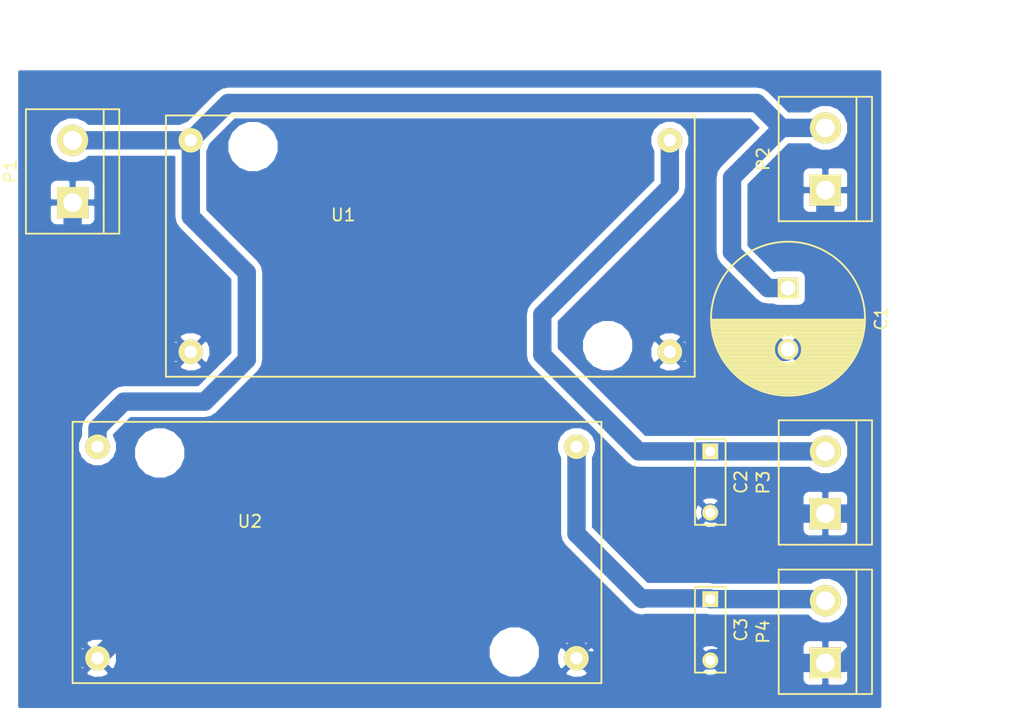
<source format=kicad_pcb>
(kicad_pcb (version 4) (host pcbnew 4.0.1-stable)

  (general
    (links 18)
    (no_connects 0)
    (area 0 0 0 0)
    (thickness 1.6)
    (drawings 6)
    (tracks 67)
    (zones 0)
    (modules 9)
    (nets 5)
  )

  (page A4)
  (layers
    (0 F.Cu signal)
    (31 B.Cu signal)
    (32 B.Adhes user)
    (33 F.Adhes user)
    (34 B.Paste user)
    (35 F.Paste user)
    (36 B.SilkS user)
    (37 F.SilkS user)
    (38 B.Mask user)
    (39 F.Mask user)
    (40 Dwgs.User user)
    (41 Cmts.User user)
    (42 Eco1.User user)
    (43 Eco2.User user)
    (44 Edge.Cuts user)
    (45 Margin user)
    (46 B.CrtYd user)
    (47 F.CrtYd user)
    (48 B.Fab user)
    (49 F.Fab user)
  )

  (setup
    (last_trace_width 1.5)
    (user_trace_width 1)
    (user_trace_width 1.5)
    (user_trace_width 2)
    (trace_clearance 0.2)
    (zone_clearance 0.508)
    (zone_45_only yes)
    (trace_min 0.2)
    (segment_width 0.2)
    (edge_width 0.15)
    (via_size 0.6)
    (via_drill 0.4)
    (via_min_size 0.4)
    (via_min_drill 0.3)
    (uvia_size 0.3)
    (uvia_drill 0.1)
    (uvias_allowed no)
    (uvia_min_size 0.2)
    (uvia_min_drill 0.1)
    (pcb_text_width 0.3)
    (pcb_text_size 1.5 1.5)
    (mod_edge_width 0.15)
    (mod_text_size 1 1)
    (mod_text_width 0.15)
    (pad_size 1.524 1.524)
    (pad_drill 0.762)
    (pad_to_mask_clearance 0.2)
    (aux_axis_origin 0 0)
    (visible_elements FFFFFF7F)
    (pcbplotparams
      (layerselection 0x00030_80000001)
      (usegerberextensions false)
      (excludeedgelayer true)
      (linewidth 0.100000)
      (plotframeref false)
      (viasonmask false)
      (mode 1)
      (useauxorigin false)
      (hpglpennumber 1)
      (hpglpenspeed 20)
      (hpglpendiameter 15)
      (hpglpenoverlay 2)
      (psnegative false)
      (psa4output false)
      (plotreference true)
      (plotvalue true)
      (plotinvisibletext false)
      (padsonsilk false)
      (subtractmaskfromsilk false)
      (outputformat 1)
      (mirror false)
      (drillshape 1)
      (scaleselection 1)
      (outputdirectory ""))
  )

  (net 0 "")
  (net 1 GND)
  (net 2 "Net-(C1-Pad1)")
  (net 3 "Net-(C2-Pad1)")
  (net 4 "Net-(C3-Pad1)")

  (net_class Default "Ceci est la Netclass par défaut"
    (clearance 0.2)
    (trace_width 0.25)
    (via_dia 0.6)
    (via_drill 0.4)
    (uvia_dia 0.3)
    (uvia_drill 0.1)
    (add_net GND)
    (add_net "Net-(C1-Pad1)")
    (add_net "Net-(C2-Pad1)")
    (add_net "Net-(C3-Pad1)")
  )

  (module Capacitors_ThroughHole:C_Radial_D12.5_L25_P5 (layer F.Cu) (tedit 0) (tstamp 5704D18D)
    (at 177.8 85.725 270)
    (descr "Radial Electrolytic Capacitor Diameter 12.5mm x Length 25mm, Pitch 5mm")
    (tags "Electrolytic Capacitor")
    (path /5704B129)
    (fp_text reference C1 (at 2.5 -7.6 270) (layer F.SilkS)
      (effects (font (size 1 1) (thickness 0.15)))
    )
    (fp_text value CP (at 2.5 7.6 270) (layer F.Fab)
      (effects (font (size 1 1) (thickness 0.15)))
    )
    (fp_line (start 2.575 -6.25) (end 2.575 6.25) (layer F.SilkS) (width 0.15))
    (fp_line (start 2.715 -6.246) (end 2.715 6.246) (layer F.SilkS) (width 0.15))
    (fp_line (start 2.855 -6.24) (end 2.855 6.24) (layer F.SilkS) (width 0.15))
    (fp_line (start 2.995 -6.23) (end 2.995 6.23) (layer F.SilkS) (width 0.15))
    (fp_line (start 3.135 -6.218) (end 3.135 6.218) (layer F.SilkS) (width 0.15))
    (fp_line (start 3.275 -6.202) (end 3.275 6.202) (layer F.SilkS) (width 0.15))
    (fp_line (start 3.415 -6.183) (end 3.415 6.183) (layer F.SilkS) (width 0.15))
    (fp_line (start 3.555 -6.16) (end 3.555 6.16) (layer F.SilkS) (width 0.15))
    (fp_line (start 3.695 -6.135) (end 3.695 6.135) (layer F.SilkS) (width 0.15))
    (fp_line (start 3.835 -6.106) (end 3.835 6.106) (layer F.SilkS) (width 0.15))
    (fp_line (start 3.975 -6.073) (end 3.975 -0.521) (layer F.SilkS) (width 0.15))
    (fp_line (start 3.975 0.521) (end 3.975 6.073) (layer F.SilkS) (width 0.15))
    (fp_line (start 4.115 -6.038) (end 4.115 -0.734) (layer F.SilkS) (width 0.15))
    (fp_line (start 4.115 0.734) (end 4.115 6.038) (layer F.SilkS) (width 0.15))
    (fp_line (start 4.255 -5.999) (end 4.255 -0.876) (layer F.SilkS) (width 0.15))
    (fp_line (start 4.255 0.876) (end 4.255 5.999) (layer F.SilkS) (width 0.15))
    (fp_line (start 4.395 -5.956) (end 4.395 -0.978) (layer F.SilkS) (width 0.15))
    (fp_line (start 4.395 0.978) (end 4.395 5.956) (layer F.SilkS) (width 0.15))
    (fp_line (start 4.535 -5.909) (end 4.535 -1.052) (layer F.SilkS) (width 0.15))
    (fp_line (start 4.535 1.052) (end 4.535 5.909) (layer F.SilkS) (width 0.15))
    (fp_line (start 4.675 -5.859) (end 4.675 -1.103) (layer F.SilkS) (width 0.15))
    (fp_line (start 4.675 1.103) (end 4.675 5.859) (layer F.SilkS) (width 0.15))
    (fp_line (start 4.815 -5.805) (end 4.815 -1.135) (layer F.SilkS) (width 0.15))
    (fp_line (start 4.815 1.135) (end 4.815 5.805) (layer F.SilkS) (width 0.15))
    (fp_line (start 4.955 -5.748) (end 4.955 -1.149) (layer F.SilkS) (width 0.15))
    (fp_line (start 4.955 1.149) (end 4.955 5.748) (layer F.SilkS) (width 0.15))
    (fp_line (start 5.095 -5.686) (end 5.095 -1.146) (layer F.SilkS) (width 0.15))
    (fp_line (start 5.095 1.146) (end 5.095 5.686) (layer F.SilkS) (width 0.15))
    (fp_line (start 5.235 -5.62) (end 5.235 -1.126) (layer F.SilkS) (width 0.15))
    (fp_line (start 5.235 1.126) (end 5.235 5.62) (layer F.SilkS) (width 0.15))
    (fp_line (start 5.375 -5.549) (end 5.375 -1.087) (layer F.SilkS) (width 0.15))
    (fp_line (start 5.375 1.087) (end 5.375 5.549) (layer F.SilkS) (width 0.15))
    (fp_line (start 5.515 -5.475) (end 5.515 -1.028) (layer F.SilkS) (width 0.15))
    (fp_line (start 5.515 1.028) (end 5.515 5.475) (layer F.SilkS) (width 0.15))
    (fp_line (start 5.655 -5.395) (end 5.655 -0.945) (layer F.SilkS) (width 0.15))
    (fp_line (start 5.655 0.945) (end 5.655 5.395) (layer F.SilkS) (width 0.15))
    (fp_line (start 5.795 -5.311) (end 5.795 -0.831) (layer F.SilkS) (width 0.15))
    (fp_line (start 5.795 0.831) (end 5.795 5.311) (layer F.SilkS) (width 0.15))
    (fp_line (start 5.935 -5.221) (end 5.935 -0.67) (layer F.SilkS) (width 0.15))
    (fp_line (start 5.935 0.67) (end 5.935 5.221) (layer F.SilkS) (width 0.15))
    (fp_line (start 6.075 -5.127) (end 6.075 -0.409) (layer F.SilkS) (width 0.15))
    (fp_line (start 6.075 0.409) (end 6.075 5.127) (layer F.SilkS) (width 0.15))
    (fp_line (start 6.215 -5.026) (end 6.215 5.026) (layer F.SilkS) (width 0.15))
    (fp_line (start 6.355 -4.919) (end 6.355 4.919) (layer F.SilkS) (width 0.15))
    (fp_line (start 6.495 -4.807) (end 6.495 4.807) (layer F.SilkS) (width 0.15))
    (fp_line (start 6.635 -4.687) (end 6.635 4.687) (layer F.SilkS) (width 0.15))
    (fp_line (start 6.775 -4.559) (end 6.775 4.559) (layer F.SilkS) (width 0.15))
    (fp_line (start 6.915 -4.424) (end 6.915 4.424) (layer F.SilkS) (width 0.15))
    (fp_line (start 7.055 -4.28) (end 7.055 4.28) (layer F.SilkS) (width 0.15))
    (fp_line (start 7.195 -4.125) (end 7.195 4.125) (layer F.SilkS) (width 0.15))
    (fp_line (start 7.335 -3.96) (end 7.335 3.96) (layer F.SilkS) (width 0.15))
    (fp_line (start 7.475 -3.783) (end 7.475 3.783) (layer F.SilkS) (width 0.15))
    (fp_line (start 7.615 -3.592) (end 7.615 3.592) (layer F.SilkS) (width 0.15))
    (fp_line (start 7.755 -3.383) (end 7.755 3.383) (layer F.SilkS) (width 0.15))
    (fp_line (start 7.895 -3.155) (end 7.895 3.155) (layer F.SilkS) (width 0.15))
    (fp_line (start 8.035 -2.903) (end 8.035 2.903) (layer F.SilkS) (width 0.15))
    (fp_line (start 8.175 -2.619) (end 8.175 2.619) (layer F.SilkS) (width 0.15))
    (fp_line (start 8.315 -2.291) (end 8.315 2.291) (layer F.SilkS) (width 0.15))
    (fp_line (start 8.455 -1.897) (end 8.455 1.897) (layer F.SilkS) (width 0.15))
    (fp_line (start 8.595 -1.383) (end 8.595 1.383) (layer F.SilkS) (width 0.15))
    (fp_line (start 8.735 -0.433) (end 8.735 0.433) (layer F.SilkS) (width 0.15))
    (fp_circle (center 5 0) (end 5 -1.15) (layer F.SilkS) (width 0.15))
    (fp_circle (center 2.5 0) (end 2.5 -6.2875) (layer F.SilkS) (width 0.15))
    (fp_circle (center 2.5 0) (end 2.5 -6.6) (layer F.CrtYd) (width 0.05))
    (pad 2 thru_hole circle (at 5 0 270) (size 1.7 1.7) (drill 1.2) (layers *.Cu *.Mask F.SilkS)
      (net 1 GND))
    (pad 1 thru_hole rect (at 0 0 270) (size 1.7 1.7) (drill 1.2) (layers *.Cu *.Mask F.SilkS)
      (net 2 "Net-(C1-Pad1)"))
    (model Capacitors_ThroughHole.3dshapes/C_Radial_D12.5_L25_P5.wrl
      (at (xyz 0 0 0))
      (scale (xyz 1 1 1))
      (rotate (xyz 0 0 0))
    )
  )

  (module Connect:bornier2 (layer F.Cu) (tedit 0) (tstamp 5704D193)
    (at 119.38 76.2 90)
    (descr "Bornier d'alimentation 2 pins")
    (tags DEV)
    (path /5704AF4B)
    (fp_text reference P1 (at 0 -5.08 90) (layer F.SilkS)
      (effects (font (size 1 1) (thickness 0.15)))
    )
    (fp_text value CONN_01X02 (at 0 5.08 90) (layer F.Fab)
      (effects (font (size 1 1) (thickness 0.15)))
    )
    (fp_line (start 5.08 2.54) (end -5.08 2.54) (layer F.SilkS) (width 0.15))
    (fp_line (start 5.08 3.81) (end 5.08 -3.81) (layer F.SilkS) (width 0.15))
    (fp_line (start 5.08 -3.81) (end -5.08 -3.81) (layer F.SilkS) (width 0.15))
    (fp_line (start -5.08 -3.81) (end -5.08 3.81) (layer F.SilkS) (width 0.15))
    (fp_line (start -5.08 3.81) (end 5.08 3.81) (layer F.SilkS) (width 0.15))
    (pad 1 thru_hole rect (at -2.54 0 90) (size 2.54 2.54) (drill 1.524) (layers *.Cu *.Mask F.SilkS)
      (net 1 GND))
    (pad 2 thru_hole circle (at 2.54 0 90) (size 2.54 2.54) (drill 1.524) (layers *.Cu *.Mask F.SilkS)
      (net 2 "Net-(C1-Pad1)"))
    (model Connect.3dshapes/bornier2.wrl
      (at (xyz 0 0 0))
      (scale (xyz 1 1 1))
      (rotate (xyz 0 0 0))
    )
  )

  (module Connect:bornier2 (layer F.Cu) (tedit 0) (tstamp 5704D199)
    (at 180.848 75.184 90)
    (descr "Bornier d'alimentation 2 pins")
    (tags DEV)
    (path /5704AFE4)
    (fp_text reference P2 (at 0 -5.08 90) (layer F.SilkS)
      (effects (font (size 1 1) (thickness 0.15)))
    )
    (fp_text value CONN_01X02 (at 0 5.08 90) (layer F.Fab)
      (effects (font (size 1 1) (thickness 0.15)))
    )
    (fp_line (start 5.08 2.54) (end -5.08 2.54) (layer F.SilkS) (width 0.15))
    (fp_line (start 5.08 3.81) (end 5.08 -3.81) (layer F.SilkS) (width 0.15))
    (fp_line (start 5.08 -3.81) (end -5.08 -3.81) (layer F.SilkS) (width 0.15))
    (fp_line (start -5.08 -3.81) (end -5.08 3.81) (layer F.SilkS) (width 0.15))
    (fp_line (start -5.08 3.81) (end 5.08 3.81) (layer F.SilkS) (width 0.15))
    (pad 1 thru_hole rect (at -2.54 0 90) (size 2.54 2.54) (drill 1.524) (layers *.Cu *.Mask F.SilkS)
      (net 1 GND))
    (pad 2 thru_hole circle (at 2.54 0 90) (size 2.54 2.54) (drill 1.524) (layers *.Cu *.Mask F.SilkS)
      (net 2 "Net-(C1-Pad1)"))
    (model Connect.3dshapes/bornier2.wrl
      (at (xyz 0 0 0))
      (scale (xyz 1 1 1))
      (rotate (xyz 0 0 0))
    )
  )

  (module Connect:bornier2 (layer F.Cu) (tedit 0) (tstamp 5704D19F)
    (at 180.848 101.6 90)
    (descr "Bornier d'alimentation 2 pins")
    (tags DEV)
    (path /5704B03C)
    (fp_text reference P3 (at 0 -5.08 90) (layer F.SilkS)
      (effects (font (size 1 1) (thickness 0.15)))
    )
    (fp_text value CONN_01X02 (at 0 5.08 90) (layer F.Fab)
      (effects (font (size 1 1) (thickness 0.15)))
    )
    (fp_line (start 5.08 2.54) (end -5.08 2.54) (layer F.SilkS) (width 0.15))
    (fp_line (start 5.08 3.81) (end 5.08 -3.81) (layer F.SilkS) (width 0.15))
    (fp_line (start 5.08 -3.81) (end -5.08 -3.81) (layer F.SilkS) (width 0.15))
    (fp_line (start -5.08 -3.81) (end -5.08 3.81) (layer F.SilkS) (width 0.15))
    (fp_line (start -5.08 3.81) (end 5.08 3.81) (layer F.SilkS) (width 0.15))
    (pad 1 thru_hole rect (at -2.54 0 90) (size 2.54 2.54) (drill 1.524) (layers *.Cu *.Mask F.SilkS)
      (net 1 GND))
    (pad 2 thru_hole circle (at 2.54 0 90) (size 2.54 2.54) (drill 1.524) (layers *.Cu *.Mask F.SilkS)
      (net 3 "Net-(C2-Pad1)"))
    (model Connect.3dshapes/bornier2.wrl
      (at (xyz 0 0 0))
      (scale (xyz 1 1 1))
      (rotate (xyz 0 0 0))
    )
  )

  (module Connect:bornier2 (layer F.Cu) (tedit 0) (tstamp 5704D1A5)
    (at 180.848 113.792 90)
    (descr "Bornier d'alimentation 2 pins")
    (tags DEV)
    (path /5704B067)
    (fp_text reference P4 (at 0 -5.08 90) (layer F.SilkS)
      (effects (font (size 1 1) (thickness 0.15)))
    )
    (fp_text value CONN_01X02 (at 0 5.08 90) (layer F.Fab)
      (effects (font (size 1 1) (thickness 0.15)))
    )
    (fp_line (start 5.08 2.54) (end -5.08 2.54) (layer F.SilkS) (width 0.15))
    (fp_line (start 5.08 3.81) (end 5.08 -3.81) (layer F.SilkS) (width 0.15))
    (fp_line (start 5.08 -3.81) (end -5.08 -3.81) (layer F.SilkS) (width 0.15))
    (fp_line (start -5.08 -3.81) (end -5.08 3.81) (layer F.SilkS) (width 0.15))
    (fp_line (start -5.08 3.81) (end 5.08 3.81) (layer F.SilkS) (width 0.15))
    (pad 1 thru_hole rect (at -2.54 0 90) (size 2.54 2.54) (drill 1.524) (layers *.Cu *.Mask F.SilkS)
      (net 1 GND))
    (pad 2 thru_hole circle (at 2.54 0 90) (size 2.54 2.54) (drill 1.524) (layers *.Cu *.Mask F.SilkS)
      (net 4 "Net-(C3-Pad1)"))
    (model Connect.3dshapes/bornier2.wrl
      (at (xyz 0 0 0))
      (scale (xyz 1 1 1))
      (rotate (xyz 0 0 0))
    )
  )

  (module dsn2596:DSN2596 (layer F.Cu) (tedit 5704CEDC) (tstamp 5704D1C7)
    (at 148.59 82.296)
    (path /5704C80E)
    (fp_text reference U1 (at -7.112 -2.54) (layer F.SilkS)
      (effects (font (size 1 1) (thickness 0.15)))
    )
    (fp_text value DSN2596 (at -7.366 -5.08) (layer F.Fab)
      (effects (font (size 1 1) (thickness 0.15)))
    )
    (fp_line (start 21.59 10.668) (end -21.59 10.668) (layer F.SilkS) (width 0.15))
    (fp_line (start -21.59 -10.668) (end 21.59 -10.668) (layer F.SilkS) (width 0.15))
    (fp_line (start -7.62 0.508) (end -7.62 5.334) (layer B.Paste) (width 0.15))
    (fp_line (start -9.398 0.508) (end -9.398 5.334) (layer B.Paste) (width 0.15))
    (fp_line (start -5.842 0.508) (end -5.842 5.334) (layer B.Paste) (width 0.15))
    (fp_line (start -4.318 0.508) (end -4.318 5.334) (layer B.Paste) (width 0.15))
    (fp_line (start -10.922 0.508) (end -10.922 5.334) (layer B.Paste) (width 0.15))
    (fp_circle (center -17.018 1.016) (end -13.97 3.048) (layer B.Paste) (width 0.15))
    (fp_circle (center 17.78 -2.286) (end 20.066 0.254) (layer B.Paste) (width 0.15))
    (fp_line (start -3.048 0.508) (end -3.048 -8.128) (layer B.Paste) (width 0.15))
    (fp_line (start -3.048 -8.128) (end -11.938 -8.128) (layer B.Paste) (width 0.15))
    (fp_line (start -11.938 -8.128) (end -11.938 0.254) (layer B.Paste) (width 0.15))
    (fp_line (start -11.938 0.254) (end -11.938 0.508) (layer B.Paste) (width 0.15))
    (fp_line (start -11.938 0.508) (end -3.048 0.508) (layer B.Paste) (width 0.15))
    (fp_line (start -1.27 -4.318) (end -1.27 9.144) (layer B.Paste) (width 0.15))
    (fp_line (start -1.27 9.144) (end 12.446 9.144) (layer B.Paste) (width 0.15))
    (fp_line (start 12.446 9.144) (end 12.446 -4.318) (layer B.Paste) (width 0.15))
    (fp_line (start 12.446 -4.318) (end -1.27 -4.318) (layer B.Paste) (width 0.15))
    (fp_line (start 13.462 -5.842) (end 2.032 -5.842) (layer B.Paste) (width 0.15))
    (fp_line (start 2.032 -5.842) (end 2.032 -9.652) (layer B.Paste) (width 0.15))
    (fp_line (start 2.032 -9.652) (end 13.462 -9.652) (layer B.Paste) (width 0.15))
    (fp_line (start 13.462 -9.652) (end 13.462 -5.842) (layer B.Paste) (width 0.15))
    (fp_line (start 21.59 -10.668) (end 21.59 10.668) (layer F.SilkS) (width 0.15))
    (fp_line (start -21.59 10.668) (end -21.59 -10.668) (layer F.SilkS) (width 0.15))
    (pad 1 thru_hole circle (at -19.558 -8.636) (size 2 2) (drill 1) (layers *.Cu *.Mask F.SilkS)
      (net 2 "Net-(C1-Pad1)"))
    (pad 4 thru_hole circle (at 19.558 -8.636) (size 2 2) (drill 1) (layers *.Cu *.Mask F.SilkS)
      (net 3 "Net-(C2-Pad1)"))
    (pad 3 thru_hole circle (at 19.558 8.636) (size 2 2) (drill 1) (layers *.Cu *.Mask F.SilkS)
      (net 1 GND))
    (pad 2 thru_hole circle (at -19.558 8.636) (size 2 2) (drill 1) (layers *.Cu *.Mask F.SilkS)
      (net 1 GND))
    (pad "" np_thru_hole circle (at 14.478 8.128) (size 3 3) (drill 3) (layers *.Cu *.Mask F.SilkS))
    (pad "" np_thru_hole circle (at -14.478 -8.128) (size 3 3) (drill 3) (layers *.Cu *.Mask F.SilkS))
  )

  (module dsn2596:DSN2596 (layer F.Cu) (tedit 5704CEDC) (tstamp 5704D1E9)
    (at 140.97 107.315)
    (path /5704C9E0)
    (fp_text reference U2 (at -7.112 -2.54) (layer F.SilkS)
      (effects (font (size 1 1) (thickness 0.15)))
    )
    (fp_text value DSN2596 (at -7.366 -5.08) (layer F.Fab)
      (effects (font (size 1 1) (thickness 0.15)))
    )
    (fp_line (start 21.59 10.668) (end -21.59 10.668) (layer F.SilkS) (width 0.15))
    (fp_line (start -21.59 -10.668) (end 21.59 -10.668) (layer F.SilkS) (width 0.15))
    (fp_line (start -7.62 0.508) (end -7.62 5.334) (layer B.Paste) (width 0.15))
    (fp_line (start -9.398 0.508) (end -9.398 5.334) (layer B.Paste) (width 0.15))
    (fp_line (start -5.842 0.508) (end -5.842 5.334) (layer B.Paste) (width 0.15))
    (fp_line (start -4.318 0.508) (end -4.318 5.334) (layer B.Paste) (width 0.15))
    (fp_line (start -10.922 0.508) (end -10.922 5.334) (layer B.Paste) (width 0.15))
    (fp_circle (center -17.018 1.016) (end -13.97 3.048) (layer B.Paste) (width 0.15))
    (fp_circle (center 17.78 -2.286) (end 20.066 0.254) (layer B.Paste) (width 0.15))
    (fp_line (start -3.048 0.508) (end -3.048 -8.128) (layer B.Paste) (width 0.15))
    (fp_line (start -3.048 -8.128) (end -11.938 -8.128) (layer B.Paste) (width 0.15))
    (fp_line (start -11.938 -8.128) (end -11.938 0.254) (layer B.Paste) (width 0.15))
    (fp_line (start -11.938 0.254) (end -11.938 0.508) (layer B.Paste) (width 0.15))
    (fp_line (start -11.938 0.508) (end -3.048 0.508) (layer B.Paste) (width 0.15))
    (fp_line (start -1.27 -4.318) (end -1.27 9.144) (layer B.Paste) (width 0.15))
    (fp_line (start -1.27 9.144) (end 12.446 9.144) (layer B.Paste) (width 0.15))
    (fp_line (start 12.446 9.144) (end 12.446 -4.318) (layer B.Paste) (width 0.15))
    (fp_line (start 12.446 -4.318) (end -1.27 -4.318) (layer B.Paste) (width 0.15))
    (fp_line (start 13.462 -5.842) (end 2.032 -5.842) (layer B.Paste) (width 0.15))
    (fp_line (start 2.032 -5.842) (end 2.032 -9.652) (layer B.Paste) (width 0.15))
    (fp_line (start 2.032 -9.652) (end 13.462 -9.652) (layer B.Paste) (width 0.15))
    (fp_line (start 13.462 -9.652) (end 13.462 -5.842) (layer B.Paste) (width 0.15))
    (fp_line (start 21.59 -10.668) (end 21.59 10.668) (layer F.SilkS) (width 0.15))
    (fp_line (start -21.59 10.668) (end -21.59 -10.668) (layer F.SilkS) (width 0.15))
    (pad 1 thru_hole circle (at -19.558 -8.636) (size 2 2) (drill 1) (layers *.Cu *.Mask F.SilkS)
      (net 2 "Net-(C1-Pad1)"))
    (pad 4 thru_hole circle (at 19.558 -8.636) (size 2 2) (drill 1) (layers *.Cu *.Mask F.SilkS)
      (net 4 "Net-(C3-Pad1)"))
    (pad 3 thru_hole circle (at 19.558 8.636) (size 2 2) (drill 1) (layers *.Cu *.Mask F.SilkS)
      (net 1 GND))
    (pad 2 thru_hole circle (at -19.558 8.636) (size 2 2) (drill 1) (layers *.Cu *.Mask F.SilkS)
      (net 1 GND))
    (pad "" np_thru_hole circle (at 14.478 8.128) (size 3 3) (drill 3) (layers *.Cu *.Mask F.SilkS))
    (pad "" np_thru_hole circle (at -14.478 -8.128) (size 3 3) (drill 3) (layers *.Cu *.Mask F.SilkS))
  )

  (module Capacitors_ThroughHole:C_Rect_L7_W2.5_P5 (layer F.Cu) (tedit 0) (tstamp 57053494)
    (at 171.45 99.06 270)
    (descr "Film Capacitor Length 7mm x Width 2.5mm, Pitch 5mm")
    (tags Capacitor)
    (path /570534A5)
    (fp_text reference C2 (at 2.5 -2.5 270) (layer F.SilkS)
      (effects (font (size 1 1) (thickness 0.15)))
    )
    (fp_text value C (at 2.5 2.5 270) (layer F.Fab)
      (effects (font (size 1 1) (thickness 0.15)))
    )
    (fp_line (start -1.25 -1.5) (end 6.25 -1.5) (layer F.CrtYd) (width 0.05))
    (fp_line (start 6.25 -1.5) (end 6.25 1.5) (layer F.CrtYd) (width 0.05))
    (fp_line (start 6.25 1.5) (end -1.25 1.5) (layer F.CrtYd) (width 0.05))
    (fp_line (start -1.25 1.5) (end -1.25 -1.5) (layer F.CrtYd) (width 0.05))
    (fp_line (start -1 -1.25) (end 6 -1.25) (layer F.SilkS) (width 0.15))
    (fp_line (start 6 -1.25) (end 6 1.25) (layer F.SilkS) (width 0.15))
    (fp_line (start 6 1.25) (end -1 1.25) (layer F.SilkS) (width 0.15))
    (fp_line (start -1 1.25) (end -1 -1.25) (layer F.SilkS) (width 0.15))
    (pad 1 thru_hole rect (at 0 0 270) (size 1.3 1.3) (drill 0.8) (layers *.Cu *.Mask F.SilkS)
      (net 3 "Net-(C2-Pad1)"))
    (pad 2 thru_hole circle (at 5 0 270) (size 1.3 1.3) (drill 0.8) (layers *.Cu *.Mask F.SilkS)
      (net 1 GND))
  )

  (module Capacitors_ThroughHole:C_Rect_L7_W2.5_P5 (layer F.Cu) (tedit 0) (tstamp 5705349A)
    (at 171.45 111.125 270)
    (descr "Film Capacitor Length 7mm x Width 2.5mm, Pitch 5mm")
    (tags Capacitor)
    (path /5705352C)
    (fp_text reference C3 (at 2.5 -2.5 270) (layer F.SilkS)
      (effects (font (size 1 1) (thickness 0.15)))
    )
    (fp_text value C (at 2.5 2.5 270) (layer F.Fab)
      (effects (font (size 1 1) (thickness 0.15)))
    )
    (fp_line (start -1.25 -1.5) (end 6.25 -1.5) (layer F.CrtYd) (width 0.05))
    (fp_line (start 6.25 -1.5) (end 6.25 1.5) (layer F.CrtYd) (width 0.05))
    (fp_line (start 6.25 1.5) (end -1.25 1.5) (layer F.CrtYd) (width 0.05))
    (fp_line (start -1.25 1.5) (end -1.25 -1.5) (layer F.CrtYd) (width 0.05))
    (fp_line (start -1 -1.25) (end 6 -1.25) (layer F.SilkS) (width 0.15))
    (fp_line (start 6 -1.25) (end 6 1.25) (layer F.SilkS) (width 0.15))
    (fp_line (start 6 1.25) (end -1 1.25) (layer F.SilkS) (width 0.15))
    (fp_line (start -1 1.25) (end -1 -1.25) (layer F.SilkS) (width 0.15))
    (pad 1 thru_hole rect (at 0 0 270) (size 1.3 1.3) (drill 0.8) (layers *.Cu *.Mask F.SilkS)
      (net 4 "Net-(C3-Pad1)"))
    (pad 2 thru_hole circle (at 5 0 270) (size 1.3 1.3) (drill 0.8) (layers *.Cu *.Mask F.SilkS)
      (net 1 GND))
  )

  (dimension 52.07 (width 0.3) (layer Dwgs.User)
    (gr_text "52,070 mm" (at 194.39 93.98 270) (layer Dwgs.User)
      (effects (font (size 1.5 1.5) (thickness 0.3)))
    )
    (feature1 (pts (xy 185.42 120.015) (xy 195.74 120.015)))
    (feature2 (pts (xy 185.42 67.945) (xy 195.74 67.945)))
    (crossbar (pts (xy 193.04 67.945) (xy 193.04 120.015)))
    (arrow1a (pts (xy 193.04 120.015) (xy 192.453579 118.888496)))
    (arrow1b (pts (xy 193.04 120.015) (xy 193.626421 118.888496)))
    (arrow2a (pts (xy 193.04 67.945) (xy 192.453579 69.071504)))
    (arrow2b (pts (xy 193.04 67.945) (xy 193.626421 69.071504)))
  )
  (dimension 70.485 (width 0.3) (layer Dwgs.User)
    (gr_text "70,485 mm" (at 150.1775 64.055) (layer Dwgs.User)
      (effects (font (size 1.5 1.5) (thickness 0.3)))
    )
    (feature1 (pts (xy 185.42 67.945) (xy 185.42 62.705)))
    (feature2 (pts (xy 114.935 67.945) (xy 114.935 62.705)))
    (crossbar (pts (xy 114.935 65.405) (xy 185.42 65.405)))
    (arrow1a (pts (xy 185.42 65.405) (xy 184.293496 65.991421)))
    (arrow1b (pts (xy 185.42 65.405) (xy 184.293496 64.818579)))
    (arrow2a (pts (xy 114.935 65.405) (xy 116.061504 65.991421)))
    (arrow2b (pts (xy 114.935 65.405) (xy 116.061504 64.818579)))
  )
  (gr_line (start 185.42 120.015) (end 114.935 120.015) (angle 90) (layer Dwgs.User) (width 0.2))
  (gr_line (start 185.42 67.945) (end 114.935 67.945) (angle 90) (layer Dwgs.User) (width 0.2))
  (gr_line (start 185.42 67.945) (end 185.42 120.015) (angle 90) (layer Dwgs.User) (width 0.2))
  (gr_line (start 114.808 119.888) (end 114.808 68.072) (angle 90) (layer Dwgs.User) (width 0.2))

  (segment (start 171.45 116.125) (end 160.702 116.125) (width 1.5) (layer B.Cu) (net 1) (status C00000))
  (segment (start 160.702 116.125) (end 160.528 115.951) (width 1.5) (layer B.Cu) (net 1) (tstamp 5705351A) (status C00000))
  (segment (start 171.624 115.951) (end 176.403 115.951) (width 1.5) (layer B.Cu) (net 1) (status 400000))
  (segment (start 176.784 116.332) (end 180.848 116.332) (width 1.5) (layer B.Cu) (net 1) (tstamp 5704D3F3))
  (segment (start 176.403 115.951) (end 176.784 116.332) (width 1.5) (layer B.Cu) (net 1) (tstamp 5704D3F2))
  (segment (start 171.624 115.951) (end 171.45 116.125) (width 1.5) (layer B.Cu) (net 1) (tstamp 57053517) (status C00000))
  (segment (start 180.848 104.14) (end 171.53 104.14) (width 1.5) (layer B.Cu) (net 1) (status C00000))
  (segment (start 171.53 104.14) (end 171.45 104.06) (width 1.5) (layer B.Cu) (net 1) (tstamp 5705350D) (status C00000))
  (segment (start 182.88 104.14) (end 183.896 105.156) (width 1.5) (layer B.Cu) (net 1))
  (segment (start 183.896 105.156) (end 183.896 114.808) (width 1.5) (layer B.Cu) (net 1) (tstamp 5704D40B))
  (segment (start 183.896 114.808) (end 182.372 116.332) (width 1.5) (layer B.Cu) (net 1) (tstamp 5704D40D))
  (segment (start 182.372 116.332) (end 180.848 116.332) (width 1.5) (layer B.Cu) (net 1))
  (segment (start 180.848 104.14) (end 182.88 104.14) (width 1.5) (layer B.Cu) (net 1))
  (segment (start 183.896 94.074) (end 180.547 90.725) (width 1.5) (layer B.Cu) (net 1) (tstamp 5704D400))
  (segment (start 182.88 104.14) (end 183.896 103.124) (width 1.5) (layer B.Cu) (net 1) (tstamp 5704D3FE))
  (segment (start 183.896 103.124) (end 183.896 94.074) (width 1.5) (layer B.Cu) (net 1) (tstamp 5704D3FF))
  (segment (start 177.8 90.725) (end 180.547 90.725) (width 1.5) (layer B.Cu) (net 1))
  (segment (start 180.848 81.28) (end 180.848 77.724) (width 1.5) (layer B.Cu) (net 1) (tstamp 5704D3FB))
  (segment (start 182.88 83.312) (end 180.848 81.28) (width 1.5) (layer B.Cu) (net 1) (tstamp 5704D3FA))
  (segment (start 182.88 88.392) (end 182.88 83.312) (width 1.5) (layer B.Cu) (net 1) (tstamp 5704D3F9))
  (segment (start 180.547 90.725) (end 182.88 88.392) (width 1.5) (layer B.Cu) (net 1) (tstamp 5704D3F8))
  (segment (start 177.8 90.725) (end 177.88 90.725) (width 1.5) (layer B.Cu) (net 1))
  (segment (start 119.38 85.598) (end 116.205 88.773) (width 1.5) (layer B.Cu) (net 1))
  (segment (start 117.983 115.951) (end 121.412 115.951) (width 1.5) (layer B.Cu) (net 1) (tstamp 5704D37E))
  (segment (start 116.205 114.173) (end 117.983 115.951) (width 1.5) (layer B.Cu) (net 1) (tstamp 5704D37D))
  (segment (start 116.205 88.773) (end 116.205 114.173) (width 1.5) (layer B.Cu) (net 1) (tstamp 5704D37C))
  (segment (start 160.528 115.951) (end 160.528 113.411) (width 1.5) (layer B.Cu) (net 1))
  (segment (start 160.528 113.411) (end 156.591 109.474) (width 1.5) (layer B.Cu) (net 1) (tstamp 5704D373))
  (segment (start 156.591 109.474) (end 127.889 109.474) (width 1.5) (layer B.Cu) (net 1) (tstamp 5704D374))
  (segment (start 127.889 109.474) (end 121.412 115.951) (width 1.5) (layer B.Cu) (net 1) (tstamp 5704D375))
  (segment (start 168.148 90.932) (end 177.593 90.932) (width 1.5) (layer B.Cu) (net 1))
  (segment (start 177.593 90.932) (end 177.8 90.725) (width 1.5) (layer B.Cu) (net 1) (tstamp 5704D36D))
  (segment (start 129.032 90.932) (end 124.714 90.932) (width 1.5) (layer B.Cu) (net 1))
  (segment (start 119.38 85.598) (end 119.38 78.74) (width 1.5) (layer B.Cu) (net 1) (tstamp 5704D361))
  (segment (start 124.714 90.932) (end 119.38 85.598) (width 1.5) (layer B.Cu) (net 1) (tstamp 5704D360))
  (segment (start 177.8 85.725) (end 176.149 85.725) (width 1.5) (layer B.Cu) (net 2))
  (segment (start 173.228 76.708) (end 177.292 72.644) (width 1.5) (layer B.Cu) (net 2) (tstamp 5704D3EC))
  (segment (start 173.228 82.804) (end 173.228 76.708) (width 1.5) (layer B.Cu) (net 2) (tstamp 5704D3EB))
  (segment (start 176.149 85.725) (end 173.228 82.804) (width 1.5) (layer B.Cu) (net 2) (tstamp 5704D3EA))
  (segment (start 180.848 72.644) (end 177.292 72.644) (width 1.5) (layer B.Cu) (net 2))
  (segment (start 132.08 70.612) (end 129.032 73.66) (width 1.5) (layer B.Cu) (net 2) (tstamp 5704D3E7))
  (segment (start 175.26 70.612) (end 132.08 70.612) (width 1.5) (layer B.Cu) (net 2) (tstamp 5704D3E6))
  (segment (start 177.292 72.644) (end 175.26 70.612) (width 1.5) (layer B.Cu) (net 2) (tstamp 5704D3E5))
  (segment (start 121.412 98.679) (end 121.412 97.155) (width 1.5) (layer B.Cu) (net 2))
  (segment (start 129.032 79.883) (end 129.032 73.66) (width 1.5) (layer B.Cu) (net 2) (tstamp 5704D36A))
  (segment (start 133.604 84.455) (end 129.032 79.883) (width 1.5) (layer B.Cu) (net 2) (tstamp 5704D369))
  (segment (start 133.604 91.567) (end 133.604 84.455) (width 1.5) (layer B.Cu) (net 2) (tstamp 5704D368))
  (segment (start 130.175 94.996) (end 133.604 91.567) (width 1.5) (layer B.Cu) (net 2) (tstamp 5704D367))
  (segment (start 123.571 94.996) (end 130.175 94.996) (width 1.5) (layer B.Cu) (net 2) (tstamp 5704D366))
  (segment (start 121.412 97.155) (end 123.571 94.996) (width 1.5) (layer B.Cu) (net 2) (tstamp 5704D365))
  (segment (start 119.38 73.66) (end 129.032 73.66) (width 1.5) (layer B.Cu) (net 2))
  (segment (start 171.45 99.06) (end 165.608 99.06) (width 1.5) (layer B.Cu) (net 3) (status 400000))
  (segment (start 168.148 77.47) (end 157.734 87.884) (width 1.5) (layer B.Cu) (net 3) (tstamp 5704D355))
  (segment (start 157.734 87.884) (end 157.734 91.186) (width 1.5) (layer B.Cu) (net 3) (tstamp 5704D356))
  (segment (start 157.734 91.186) (end 164.338 97.79) (width 1.5) (layer B.Cu) (net 3) (tstamp 5704D357))
  (segment (start 168.148 77.47) (end 168.148 73.66) (width 1.5) (layer B.Cu) (net 3))
  (segment (start 165.608 99.06) (end 164.338 97.79) (width 1.5) (layer B.Cu) (net 3) (tstamp 5704D3AF))
  (segment (start 171.45 99.06) (end 177.8 99.06) (width 1.5) (layer B.Cu) (net 3) (tstamp 57053509) (status 400000))
  (segment (start 180.848 99.06) (end 177.8 99.06) (width 1.5) (layer B.Cu) (net 3))
  (segment (start 165.7985 111.0615) (end 171.3865 111.0615) (width 1.5) (layer B.Cu) (net 4) (status 800000))
  (segment (start 171.3865 111.0615) (end 171.45 111.125) (width 1.5) (layer B.Cu) (net 4) (tstamp 57053513) (status C00000))
  (segment (start 171.45 111.125) (end 177.8 111.125) (width 1.5) (layer B.Cu) (net 4) (tstamp 57053514) (status 400000))
  (segment (start 180.721 111.125) (end 177.8 111.125) (width 1.5) (layer B.Cu) (net 4))
  (segment (start 160.528 105.791) (end 165.7985 111.0615) (width 1.5) (layer B.Cu) (net 4) (tstamp 5704D35C))
  (segment (start 165.7985 111.0615) (end 165.862 111.125) (width 1.5) (layer B.Cu) (net 4) (tstamp 57053511))
  (segment (start 160.528 105.791) (end 160.528 98.679) (width 1.5) (layer B.Cu) (net 4))
  (segment (start 180.721 111.125) (end 180.848 111.252) (width 1.5) (layer B.Cu) (net 4) (tstamp 5704D3EF))

  (zone (net 1) (net_name GND) (layer B.Cu) (tstamp 570531ED) (hatch edge 0.508)
    (connect_pads (clearance 0.508))
    (min_thickness 0.254)
    (fill yes (arc_segments 16) (thermal_gap 0.508) (thermal_bridge_width 0.508))
    (polygon
      (pts
        (xy 185.42 120.015) (xy 114.935 120.015) (xy 114.935 67.945) (xy 185.42 67.945) (xy 185.42 120.015)
      )
    )
    (filled_polygon
      (pts
        (xy 185.293 119.888) (xy 115.062 119.888) (xy 115.062 117.103532) (xy 120.439073 117.103532) (xy 120.537736 117.370387)
        (xy 121.147461 117.596908) (xy 121.79746 117.572856) (xy 122.286264 117.370387) (xy 122.384927 117.103532) (xy 121.412 116.130605)
        (xy 120.439073 117.103532) (xy 115.062 117.103532) (xy 115.062 115.686461) (xy 119.766092 115.686461) (xy 119.790144 116.33646)
        (xy 119.992613 116.825264) (xy 120.259468 116.923927) (xy 121.232395 115.951) (xy 121.591605 115.951) (xy 122.564532 116.923927)
        (xy 122.831387 116.825264) (xy 123.057908 116.215539) (xy 123.044968 115.865815) (xy 153.31263 115.865815) (xy 153.63698 116.6508)
        (xy 154.237041 117.251909) (xy 155.021459 117.577628) (xy 155.870815 117.57837) (xy 156.6558 117.25402) (xy 156.80655 117.103532)
        (xy 159.555073 117.103532) (xy 159.653736 117.370387) (xy 160.263461 117.596908) (xy 160.91346 117.572856) (xy 161.402264 117.370387)
        (xy 161.500927 117.103532) (xy 161.421411 117.024016) (xy 170.73059 117.024016) (xy 170.786271 117.254611) (xy 171.269078 117.422622)
        (xy 171.779428 117.393083) (xy 172.113729 117.254611) (xy 172.16941 117.024016) (xy 171.45 116.304605) (xy 170.73059 117.024016)
        (xy 161.421411 117.024016) (xy 160.528 116.130605) (xy 159.555073 117.103532) (xy 156.80655 117.103532) (xy 157.256909 116.653959)
        (xy 157.582628 115.869541) (xy 157.582787 115.686461) (xy 158.882092 115.686461) (xy 158.906144 116.33646) (xy 159.108613 116.825264)
        (xy 159.375468 116.923927) (xy 160.348395 115.951) (xy 160.707605 115.951) (xy 161.680532 116.923927) (xy 161.947387 116.825264)
        (xy 162.173908 116.215539) (xy 162.163864 115.944078) (xy 170.152378 115.944078) (xy 170.181917 116.454428) (xy 170.320389 116.788729)
        (xy 170.550984 116.84441) (xy 171.270395 116.125) (xy 171.629605 116.125) (xy 172.349016 116.84441) (xy 172.579611 116.788729)
        (xy 172.639109 116.61775) (xy 178.943 116.61775) (xy 178.943 117.728309) (xy 179.039673 117.961698) (xy 179.218301 118.140327)
        (xy 179.45169 118.237) (xy 180.56225 118.237) (xy 180.721 118.07825) (xy 180.721 116.459) (xy 180.975 116.459)
        (xy 180.975 118.07825) (xy 181.13375 118.237) (xy 182.24431 118.237) (xy 182.477699 118.140327) (xy 182.656327 117.961698)
        (xy 182.753 117.728309) (xy 182.753 116.61775) (xy 182.59425 116.459) (xy 180.975 116.459) (xy 180.721 116.459)
        (xy 179.10175 116.459) (xy 178.943 116.61775) (xy 172.639109 116.61775) (xy 172.747622 116.305922) (xy 172.718083 115.795572)
        (xy 172.579611 115.461271) (xy 172.349016 115.40559) (xy 171.629605 116.125) (xy 171.270395 116.125) (xy 170.550984 115.40559)
        (xy 170.320389 115.461271) (xy 170.152378 115.944078) (xy 162.163864 115.944078) (xy 162.149856 115.56554) (xy 162.009208 115.225984)
        (xy 170.73059 115.225984) (xy 171.45 115.945395) (xy 172.16941 115.225984) (xy 172.113729 114.995389) (xy 171.942178 114.935691)
        (xy 178.943 114.935691) (xy 178.943 116.04625) (xy 179.10175 116.205) (xy 180.721 116.205) (xy 180.721 114.58575)
        (xy 180.975 114.58575) (xy 180.975 116.205) (xy 182.59425 116.205) (xy 182.753 116.04625) (xy 182.753 114.935691)
        (xy 182.656327 114.702302) (xy 182.477699 114.523673) (xy 182.24431 114.427) (xy 181.13375 114.427) (xy 180.975 114.58575)
        (xy 180.721 114.58575) (xy 180.56225 114.427) (xy 179.45169 114.427) (xy 179.218301 114.523673) (xy 179.039673 114.702302)
        (xy 178.943 114.935691) (xy 171.942178 114.935691) (xy 171.630922 114.827378) (xy 171.120572 114.856917) (xy 170.786271 114.995389)
        (xy 170.73059 115.225984) (xy 162.009208 115.225984) (xy 161.947387 115.076736) (xy 161.680532 114.978073) (xy 160.707605 115.951)
        (xy 160.348395 115.951) (xy 159.375468 114.978073) (xy 159.108613 115.076736) (xy 158.882092 115.686461) (xy 157.582787 115.686461)
        (xy 157.58337 115.020185) (xy 157.491759 114.798468) (xy 159.555073 114.798468) (xy 160.528 115.771395) (xy 161.500927 114.798468)
        (xy 161.402264 114.531613) (xy 160.792539 114.305092) (xy 160.14254 114.329144) (xy 159.653736 114.531613) (xy 159.555073 114.798468)
        (xy 157.491759 114.798468) (xy 157.25902 114.2352) (xy 156.658959 113.634091) (xy 155.874541 113.308372) (xy 155.025185 113.30763)
        (xy 154.2402 113.63198) (xy 153.639091 114.232041) (xy 153.313372 115.016459) (xy 153.31263 115.865815) (xy 123.044968 115.865815)
        (xy 123.033856 115.56554) (xy 122.831387 115.076736) (xy 122.564532 114.978073) (xy 121.591605 115.951) (xy 121.232395 115.951)
        (xy 120.259468 114.978073) (xy 119.992613 115.076736) (xy 119.766092 115.686461) (xy 115.062 115.686461) (xy 115.062 114.798468)
        (xy 120.439073 114.798468) (xy 121.412 115.771395) (xy 122.384927 114.798468) (xy 122.286264 114.531613) (xy 121.676539 114.305092)
        (xy 121.02654 114.329144) (xy 120.537736 114.531613) (xy 120.439073 114.798468) (xy 115.062 114.798468) (xy 115.062 92.084532)
        (xy 128.059073 92.084532) (xy 128.157736 92.351387) (xy 128.767461 92.577908) (xy 129.41746 92.553856) (xy 129.906264 92.351387)
        (xy 130.004927 92.084532) (xy 129.032 91.111605) (xy 128.059073 92.084532) (xy 115.062 92.084532) (xy 115.062 90.667461)
        (xy 127.386092 90.667461) (xy 127.410144 91.31746) (xy 127.612613 91.806264) (xy 127.879468 91.904927) (xy 128.852395 90.932)
        (xy 129.211605 90.932) (xy 130.184532 91.904927) (xy 130.451387 91.806264) (xy 130.677908 91.196539) (xy 130.653856 90.54654)
        (xy 130.451387 90.057736) (xy 130.184532 89.959073) (xy 129.211605 90.932) (xy 128.852395 90.932) (xy 127.879468 89.959073)
        (xy 127.612613 90.057736) (xy 127.386092 90.667461) (xy 115.062 90.667461) (xy 115.062 89.779468) (xy 128.059073 89.779468)
        (xy 129.032 90.752395) (xy 130.004927 89.779468) (xy 129.906264 89.512613) (xy 129.296539 89.286092) (xy 128.64654 89.310144)
        (xy 128.157736 89.512613) (xy 128.059073 89.779468) (xy 115.062 89.779468) (xy 115.062 79.02575) (xy 117.475 79.02575)
        (xy 117.475 80.136309) (xy 117.571673 80.369698) (xy 117.750301 80.548327) (xy 117.98369 80.645) (xy 119.09425 80.645)
        (xy 119.253 80.48625) (xy 119.253 78.867) (xy 119.507 78.867) (xy 119.507 80.48625) (xy 119.66575 80.645)
        (xy 120.77631 80.645) (xy 121.009699 80.548327) (xy 121.188327 80.369698) (xy 121.285 80.136309) (xy 121.285 79.02575)
        (xy 121.12625 78.867) (xy 119.507 78.867) (xy 119.253 78.867) (xy 117.63375 78.867) (xy 117.475 79.02575)
        (xy 115.062 79.02575) (xy 115.062 77.343691) (xy 117.475 77.343691) (xy 117.475 78.45425) (xy 117.63375 78.613)
        (xy 119.253 78.613) (xy 119.253 76.99375) (xy 119.507 76.99375) (xy 119.507 78.613) (xy 121.12625 78.613)
        (xy 121.285 78.45425) (xy 121.285 77.343691) (xy 121.188327 77.110302) (xy 121.009699 76.931673) (xy 120.77631 76.835)
        (xy 119.66575 76.835) (xy 119.507 76.99375) (xy 119.253 76.99375) (xy 119.09425 76.835) (xy 117.98369 76.835)
        (xy 117.750301 76.931673) (xy 117.571673 77.110302) (xy 117.475 77.343691) (xy 115.062 77.343691) (xy 115.062 74.037265)
        (xy 117.47467 74.037265) (xy 117.764078 74.737686) (xy 118.299495 75.274039) (xy 118.99941 75.564668) (xy 119.757265 75.56533)
        (xy 120.457686 75.275922) (xy 120.689012 75.045) (xy 127.647 75.045) (xy 127.647 79.883) (xy 127.752427 80.413017)
        (xy 127.907433 80.645) (xy 128.052657 80.862343) (xy 132.219 85.028686) (xy 132.219 90.993314) (xy 129.601314 93.611)
        (xy 123.571 93.611) (xy 123.040983 93.716427) (xy 122.591657 94.016657) (xy 120.432657 96.175657) (xy 120.132427 96.624983)
        (xy 120.027 97.155) (xy 120.027 97.751359) (xy 120.026722 97.751637) (xy 119.777284 98.352352) (xy 119.776716 99.002795)
        (xy 120.025106 99.603943) (xy 120.484637 100.064278) (xy 121.085352 100.313716) (xy 121.735795 100.314284) (xy 122.336943 100.065894)
        (xy 122.793819 99.609815) (xy 124.35663 99.609815) (xy 124.68098 100.3948) (xy 125.281041 100.995909) (xy 126.065459 101.321628)
        (xy 126.914815 101.32237) (xy 127.6998 100.99802) (xy 128.300909 100.397959) (xy 128.626628 99.613541) (xy 128.627161 99.002795)
        (xy 158.892716 99.002795) (xy 159.141106 99.603943) (xy 159.143 99.60584) (xy 159.143 105.791) (xy 159.248427 106.321017)
        (xy 159.548657 106.770343) (xy 164.882657 112.104343) (xy 165.331984 112.404574) (xy 165.862 112.51) (xy 166.181238 112.4465)
        (xy 171.130762 112.4465) (xy 171.45 112.51) (xy 179.412077 112.51) (xy 179.767495 112.866039) (xy 180.46741 113.156668)
        (xy 181.225265 113.15733) (xy 181.925686 112.867922) (xy 182.462039 112.332505) (xy 182.752668 111.63259) (xy 182.75333 110.874735)
        (xy 182.463922 110.174314) (xy 181.928505 109.637961) (xy 181.22859 109.347332) (xy 180.470735 109.34667) (xy 179.770314 109.636078)
        (xy 179.66621 109.74) (xy 171.705736 109.74) (xy 171.3865 109.6765) (xy 166.372186 109.6765) (xy 161.913 105.217314)
        (xy 161.913 104.959016) (xy 170.73059 104.959016) (xy 170.786271 105.189611) (xy 171.269078 105.357622) (xy 171.779428 105.328083)
        (xy 172.113729 105.189611) (xy 172.16941 104.959016) (xy 171.45 104.239605) (xy 170.73059 104.959016) (xy 161.913 104.959016)
        (xy 161.913 103.879078) (xy 170.152378 103.879078) (xy 170.181917 104.389428) (xy 170.320389 104.723729) (xy 170.550984 104.77941)
        (xy 171.270395 104.06) (xy 171.629605 104.06) (xy 172.349016 104.77941) (xy 172.579611 104.723729) (xy 172.683304 104.42575)
        (xy 178.943 104.42575) (xy 178.943 105.536309) (xy 179.039673 105.769698) (xy 179.218301 105.948327) (xy 179.45169 106.045)
        (xy 180.56225 106.045) (xy 180.721 105.88625) (xy 180.721 104.267) (xy 180.975 104.267) (xy 180.975 105.88625)
        (xy 181.13375 106.045) (xy 182.24431 106.045) (xy 182.477699 105.948327) (xy 182.656327 105.769698) (xy 182.753 105.536309)
        (xy 182.753 104.42575) (xy 182.59425 104.267) (xy 180.975 104.267) (xy 180.721 104.267) (xy 179.10175 104.267)
        (xy 178.943 104.42575) (xy 172.683304 104.42575) (xy 172.747622 104.240922) (xy 172.718083 103.730572) (xy 172.579611 103.396271)
        (xy 172.349016 103.34059) (xy 171.629605 104.06) (xy 171.270395 104.06) (xy 170.550984 103.34059) (xy 170.320389 103.396271)
        (xy 170.152378 103.879078) (xy 161.913 103.879078) (xy 161.913 103.160984) (xy 170.73059 103.160984) (xy 171.45 103.880395)
        (xy 172.16941 103.160984) (xy 172.113729 102.930389) (xy 171.630922 102.762378) (xy 171.120572 102.791917) (xy 170.786271 102.930389)
        (xy 170.73059 103.160984) (xy 161.913 103.160984) (xy 161.913 102.743691) (xy 178.943 102.743691) (xy 178.943 103.85425)
        (xy 179.10175 104.013) (xy 180.721 104.013) (xy 180.721 102.39375) (xy 180.975 102.39375) (xy 180.975 104.013)
        (xy 182.59425 104.013) (xy 182.753 103.85425) (xy 182.753 102.743691) (xy 182.656327 102.510302) (xy 182.477699 102.331673)
        (xy 182.24431 102.235) (xy 181.13375 102.235) (xy 180.975 102.39375) (xy 180.721 102.39375) (xy 180.56225 102.235)
        (xy 179.45169 102.235) (xy 179.218301 102.331673) (xy 179.039673 102.510302) (xy 178.943 102.743691) (xy 161.913 102.743691)
        (xy 161.913 99.606641) (xy 161.913278 99.606363) (xy 162.162716 99.005648) (xy 162.163284 98.355205) (xy 161.914894 97.754057)
        (xy 161.455363 97.293722) (xy 160.854648 97.044284) (xy 160.204205 97.043716) (xy 159.603057 97.292106) (xy 159.142722 97.751637)
        (xy 158.893284 98.352352) (xy 158.892716 99.002795) (xy 128.627161 99.002795) (xy 128.62737 98.764185) (xy 128.30302 97.9792)
        (xy 127.702959 97.378091) (xy 126.918541 97.052372) (xy 126.069185 97.05163) (xy 125.2842 97.37598) (xy 124.683091 97.976041)
        (xy 124.357372 98.760459) (xy 124.35663 99.609815) (xy 122.793819 99.609815) (xy 122.797278 99.606363) (xy 123.046716 99.005648)
        (xy 123.047284 98.355205) (xy 122.798894 97.754057) (xy 122.797 97.75216) (xy 122.797 97.728686) (xy 124.144686 96.381)
        (xy 130.175 96.381) (xy 130.705017 96.275573) (xy 131.154343 95.975343) (xy 134.583343 92.546343) (xy 134.791362 92.23502)
        (xy 134.883573 92.097017) (xy 134.989 91.567) (xy 134.989 87.884) (xy 156.349 87.884) (xy 156.349 91.186)
        (xy 156.454427 91.716017) (xy 156.580653 91.904927) (xy 156.754657 92.165343) (xy 164.628657 100.039343) (xy 165.077983 100.339573)
        (xy 165.608 100.445) (xy 179.538856 100.445) (xy 179.767495 100.674039) (xy 180.46741 100.964668) (xy 181.225265 100.96533)
        (xy 181.925686 100.675922) (xy 182.462039 100.140505) (xy 182.752668 99.44059) (xy 182.75333 98.682735) (xy 182.463922 97.982314)
        (xy 181.928505 97.445961) (xy 181.22859 97.155332) (xy 180.470735 97.15467) (xy 179.770314 97.444078) (xy 179.538988 97.675)
        (xy 166.181686 97.675) (xy 159.353501 90.846815) (xy 160.93263 90.846815) (xy 161.25698 91.6318) (xy 161.857041 92.232909)
        (xy 162.641459 92.558628) (xy 163.490815 92.55937) (xy 164.2758 92.23502) (xy 164.42655 92.084532) (xy 167.175073 92.084532)
        (xy 167.273736 92.351387) (xy 167.883461 92.577908) (xy 168.53346 92.553856) (xy 169.022264 92.351387) (xy 169.120927 92.084532)
        (xy 168.148 91.111605) (xy 167.175073 92.084532) (xy 164.42655 92.084532) (xy 164.876909 91.634959) (xy 165.202628 90.850541)
        (xy 165.202787 90.667461) (xy 166.502092 90.667461) (xy 166.526144 91.31746) (xy 166.728613 91.806264) (xy 166.995468 91.904927)
        (xy 167.968395 90.932) (xy 168.327605 90.932) (xy 169.300532 91.904927) (xy 169.567387 91.806264) (xy 169.581246 91.768958)
        (xy 176.935647 91.768958) (xy 177.01592 92.020259) (xy 177.571279 92.221718) (xy 178.161458 92.195315) (xy 178.58408 92.020259)
        (xy 178.664353 91.768958) (xy 177.8 90.904605) (xy 176.935647 91.768958) (xy 169.581246 91.768958) (xy 169.793908 91.196539)
        (xy 169.769856 90.54654) (xy 169.749038 90.496279) (xy 176.303282 90.496279) (xy 176.329685 91.086458) (xy 176.504741 91.50908)
        (xy 176.756042 91.589353) (xy 177.620395 90.725) (xy 177.979605 90.725) (xy 178.843958 91.589353) (xy 179.095259 91.50908)
        (xy 179.296718 90.953721) (xy 179.270315 90.363542) (xy 179.095259 89.94092) (xy 178.843958 89.860647) (xy 177.979605 90.725)
        (xy 177.620395 90.725) (xy 176.756042 89.860647) (xy 176.504741 89.94092) (xy 176.303282 90.496279) (xy 169.749038 90.496279)
        (xy 169.567387 90.057736) (xy 169.300532 89.959073) (xy 168.327605 90.932) (xy 167.968395 90.932) (xy 166.995468 89.959073)
        (xy 166.728613 90.057736) (xy 166.502092 90.667461) (xy 165.202787 90.667461) (xy 165.20337 90.001185) (xy 165.111759 89.779468)
        (xy 167.175073 89.779468) (xy 168.148 90.752395) (xy 169.120927 89.779468) (xy 169.084537 89.681042) (xy 176.935647 89.681042)
        (xy 177.8 90.545395) (xy 178.664353 89.681042) (xy 178.58408 89.429741) (xy 178.028721 89.228282) (xy 177.438542 89.254685)
        (xy 177.01592 89.429741) (xy 176.935647 89.681042) (xy 169.084537 89.681042) (xy 169.022264 89.512613) (xy 168.412539 89.286092)
        (xy 167.76254 89.310144) (xy 167.273736 89.512613) (xy 167.175073 89.779468) (xy 165.111759 89.779468) (xy 164.87902 89.2162)
        (xy 164.278959 88.615091) (xy 163.494541 88.289372) (xy 162.645185 88.28863) (xy 161.8602 88.61298) (xy 161.259091 89.213041)
        (xy 160.933372 89.997459) (xy 160.93263 90.846815) (xy 159.353501 90.846815) (xy 159.119 90.612314) (xy 159.119 88.457686)
        (xy 169.127343 78.449343) (xy 169.427573 78.000017) (xy 169.533 77.47) (xy 169.533 74.587641) (xy 169.533278 74.587363)
        (xy 169.782716 73.986648) (xy 169.783284 73.336205) (xy 169.534894 72.735057) (xy 169.075363 72.274722) (xy 168.474648 72.025284)
        (xy 167.824205 72.024716) (xy 167.223057 72.273106) (xy 166.762722 72.732637) (xy 166.513284 73.333352) (xy 166.512716 73.983795)
        (xy 166.761106 74.584943) (xy 166.763 74.58684) (xy 166.763 76.896314) (xy 156.754657 86.904657) (xy 156.454427 87.353983)
        (xy 156.349 87.884) (xy 134.989 87.884) (xy 134.989 84.455) (xy 134.883573 83.924983) (xy 134.583343 83.475657)
        (xy 130.417 79.309314) (xy 130.417 74.590815) (xy 131.97663 74.590815) (xy 132.30098 75.3758) (xy 132.901041 75.976909)
        (xy 133.685459 76.302628) (xy 134.534815 76.30337) (xy 135.3198 75.97902) (xy 135.920909 75.378959) (xy 136.246628 74.594541)
        (xy 136.24737 73.745185) (xy 135.92302 72.9602) (xy 135.322959 72.359091) (xy 134.538541 72.033372) (xy 133.689185 72.03263)
        (xy 132.9042 72.35698) (xy 132.303091 72.957041) (xy 131.977372 73.741459) (xy 131.97663 74.590815) (xy 130.417 74.590815)
        (xy 130.417 74.587641) (xy 130.417278 74.587363) (xy 130.666716 73.986648) (xy 130.666718 73.983968) (xy 132.653686 71.997)
        (xy 174.686314 71.997) (xy 175.333314 72.644) (xy 172.248657 75.728657) (xy 171.948427 76.177983) (xy 171.843 76.708)
        (xy 171.843 82.804) (xy 171.948427 83.334017) (xy 172.043068 83.475657) (xy 172.248657 83.783343) (xy 175.169657 86.704343)
        (xy 175.618983 87.004573) (xy 176.149 87.11) (xy 176.608203 87.11) (xy 176.69811 87.171431) (xy 176.95 87.22244)
        (xy 178.65 87.22244) (xy 178.885317 87.178162) (xy 179.101441 87.03909) (xy 179.246431 86.82689) (xy 179.29744 86.575)
        (xy 179.29744 84.875) (xy 179.253162 84.639683) (xy 179.11409 84.423559) (xy 178.90189 84.278569) (xy 178.65 84.22756)
        (xy 176.95 84.22756) (xy 176.714683 84.271838) (xy 176.678078 84.295392) (xy 174.613 82.230314) (xy 174.613 78.00975)
        (xy 178.943 78.00975) (xy 178.943 79.120309) (xy 179.039673 79.353698) (xy 179.218301 79.532327) (xy 179.45169 79.629)
        (xy 180.56225 79.629) (xy 180.721 79.47025) (xy 180.721 77.851) (xy 180.975 77.851) (xy 180.975 79.47025)
        (xy 181.13375 79.629) (xy 182.24431 79.629) (xy 182.477699 79.532327) (xy 182.656327 79.353698) (xy 182.753 79.120309)
        (xy 182.753 78.00975) (xy 182.59425 77.851) (xy 180.975 77.851) (xy 180.721 77.851) (xy 179.10175 77.851)
        (xy 178.943 78.00975) (xy 174.613 78.00975) (xy 174.613 77.281686) (xy 175.566995 76.327691) (xy 178.943 76.327691)
        (xy 178.943 77.43825) (xy 179.10175 77.597) (xy 180.721 77.597) (xy 180.721 75.97775) (xy 180.975 75.97775)
        (xy 180.975 77.597) (xy 182.59425 77.597) (xy 182.753 77.43825) (xy 182.753 76.327691) (xy 182.656327 76.094302)
        (xy 182.477699 75.915673) (xy 182.24431 75.819) (xy 181.13375 75.819) (xy 180.975 75.97775) (xy 180.721 75.97775)
        (xy 180.56225 75.819) (xy 179.45169 75.819) (xy 179.218301 75.915673) (xy 179.039673 76.094302) (xy 178.943 76.327691)
        (xy 175.566995 76.327691) (xy 177.865686 74.029) (xy 179.538856 74.029) (xy 179.767495 74.258039) (xy 180.46741 74.548668)
        (xy 181.225265 74.54933) (xy 181.925686 74.259922) (xy 182.462039 73.724505) (xy 182.752668 73.02459) (xy 182.75333 72.266735)
        (xy 182.463922 71.566314) (xy 181.928505 71.029961) (xy 181.22859 70.739332) (xy 180.470735 70.73867) (xy 179.770314 71.028078)
        (xy 179.538988 71.259) (xy 177.865686 71.259) (xy 176.239343 69.632657) (xy 175.790017 69.332427) (xy 175.26 69.227)
        (xy 132.08 69.227) (xy 131.549983 69.332427) (xy 131.100657 69.632657) (xy 128.708598 72.024716) (xy 128.107057 72.273106)
        (xy 128.10516 72.275) (xy 120.689144 72.275) (xy 120.460505 72.045961) (xy 119.76059 71.755332) (xy 119.002735 71.75467)
        (xy 118.302314 72.044078) (xy 117.765961 72.579495) (xy 117.475332 73.27941) (xy 117.47467 74.037265) (xy 115.062 74.037265)
        (xy 115.062 68.072) (xy 185.293 68.072)
      )
    )
  )
)

</source>
